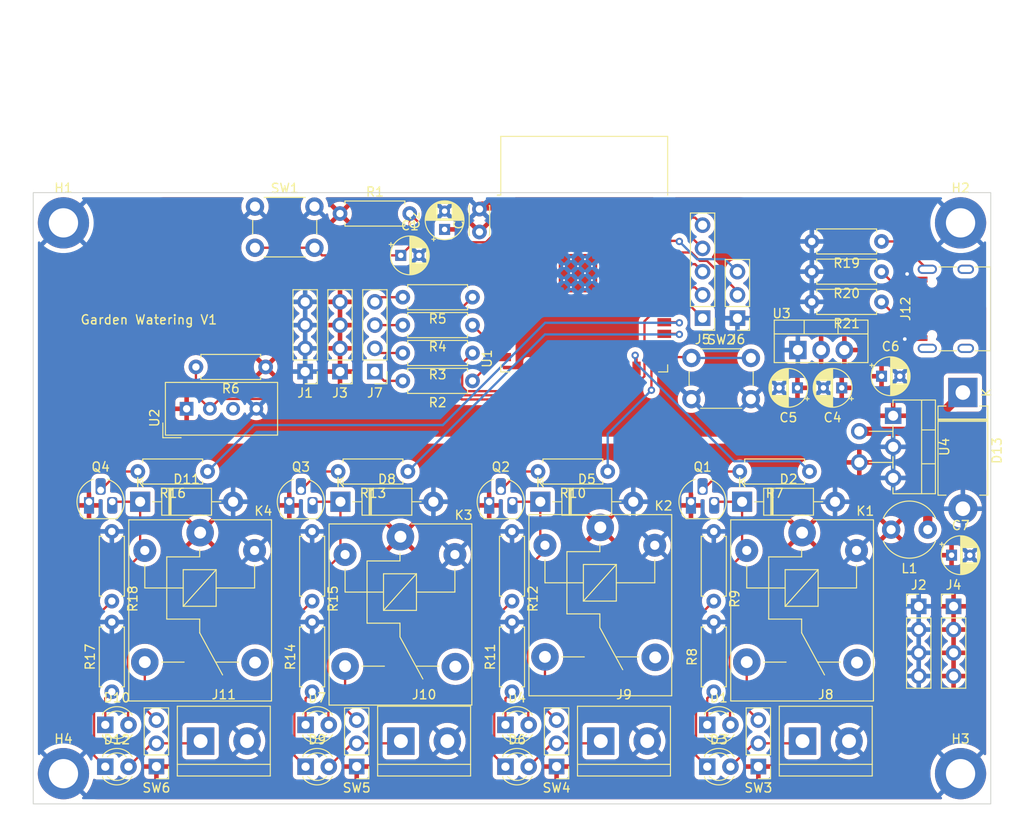
<source format=kicad_pcb>
(kicad_pcb (version 20221018) (generator pcbnew)
  (layers (0 "F.Cu" signal) (31 "B.Cu" signal) (34 "B.Paste" user) (35 "F.Paste" user) (36 "B.SilkS" user "B.Silkscreen") (37 "F.SilkS" user "F.Silkscreen") (38 "B.Mask" user) (39 "F.Mask" user) (44 "Edge.Cuts" user))
  (net 0 "")
  (net 1 "+3.3V")
  (net 2 "GND")
  (net 3 "+12V")
  (net 4 "VBUS")
  (net 5 "Net-(D4-K)")
  (net 6 "Net-(D4-A)")
  (net 7 "Net-(D7-K)")
  (net 8 "Net-(D7-A)")
  (net 9 "Net-(D10-K)")
  (net 10 "Net-(D10-A)")
  (net 11 "Net-(Q1-B)")
  (net 12 "Net-(Q2-B)")
  (net 13 "Net-(Q3-B)")
  (net 14 "Net-(Q4-B)")
  (net 15 "RELAY_1")
  (net 16 "RELAY_2")
  (net 17 "RELAY_3")
  (net 18 "RELAY_4")
  (net 19 "Net-(SW3-C)")
  (net 20 "Net-(SW4-C)")
  (net 21 "IO18")
  (net 22 "IO19")
  (net 23 "IO21")
  (net 24 "RX")
  (net 25 "TX")
  (net 30 "Net-(D13-K)")
  (net 31 "DHT")
  (net 32 "Net-(J12-CC2)")
  (net 33 "Net-(J12-CC1)")
  (net 34 "Net-(J12-SHIELD)")
  (net 35 "Net-(U1-EN)")
  (net 36 "Net-(D1-K)")
  (net 37 "Net-(D1-A)")
  (net 38 "Net-(D3-K)")
  (net 39 "Net-(D3-A)")
  (net 40 "Net-(D6-K)")
  (net 41 "Net-(D6-A)")
  (net 42 "Net-(D9-K)")
  (net 43 "Net-(D9-A)")
  (net 44 "Net-(D12-K)")
  (net 45 "Net-(D12-A)")
  (net 46 "IO22")
  (net 47 "IO23")
  (net 48 "Net-(J7-Pin_1)")
  (net 49 "Net-(J7-Pin_2)")
  (net 50 "Net-(J7-Pin_3)")
  (net 51 "Net-(J7-Pin_4)")
  (net 52 "/USB-Power/D+")
  (net 53 "/USB-Power/D-")
  (net 56 "Net-(SW5-C)")
  (net 57 "Net-(SW6-C)")
  (net 58 "MTDI")
  (net 59 "MTCK")
  (net 60 "MTMS")
  (net 61 "MTDO")
  (net 62 "Net-(U1-IO0)")
  (footprint "Relay_THT:Relay_SPDT_SANYOU_SRD_Series_Form_C" (layer "F.Cu") (at 182.834 84.91 -90)
    (fp_text reference "K1")
    (fp_text value "SANYOU_SRD_Form_C")
  )
  (footprint "LED_THT:LED_D3.0mm" (layer "F.Cu") (at 128.57 110.49)
    (fp_text reference "D9")
    (fp_text value "LED")
  )
  (footprint "Relay_THT:Relay_SPDT_SANYOU_SRD_Series_Form_C" (layer "F.Cu") (at 138.938 85.356 -90)
    (fp_text reference "K3")
    (fp_text value "SANYOU_SRD_Form_C")
  )
  (footprint "Capacitor_THT:C_Disc_D3.0mm_W2.0mm_P2.50mm" (layer "F.Cu") (at 147.574 52.05 90)
    (fp_text reference "C3")
    (fp_text value "100nF")
  )
  (footprint "Resistor_THT:R_Axial_DIN0207_L6.3mm_D2.5mm_P7.62mm_Horizontal" (layer "F.Cu") (at 161.59 78.232 180)
    (fp_text reference "R10")
    (fp_text value "1K")
  )
  (footprint "Diode_THT:D_DO-41_SOD81_P10.16mm_Horizontal" (layer "F.Cu") (at 176.276 81.534)
    (fp_text reference "D2")
    (fp_text value "1N4007")
  )
  (footprint "Resistor_THT:R_Axial_DIN0207_L6.3mm_D2.5mm_P7.62mm_Horizontal" (layer "F.Cu") (at 139.746 78.232 180)
    (fp_text reference "R13")
    (fp_text value "1K")
  )
  (footprint "Relay_THT:Relay_SPDT_SANYOU_SRD_Series_Form_C" (layer "F.Cu") (at 117.048 84.91 -90)
    (fp_text reference "K4")
    (fp_text value "SANYOU_SRD_Form_C")
  )
  (footprint "Resistor_THT:R_Axial_DIN0207_L6.3mm_D2.5mm_P7.62mm_Horizontal" (layer "F.Cu") (at 151.13 92.394 90)
    (fp_text reference "R12")
    (fp_text value "220R")
  )
  (footprint "Sensor:Aosong_DHT11_5.5x12.0_P2.54mm" (layer "F.Cu") (at 115.57 71.374 90)
    (fp_text reference "U2")
    (fp_text value "DHT11")
  )
  (footprint "Resistor_THT:R_Axial_DIN0207_L6.3mm_D2.5mm_P7.62mm_Horizontal" (layer "F.Cu") (at 191.516 56.388 180)
    (fp_text reference "R20")
    (fp_text value "5.11K")
  )
  (footprint "Diode_THT:D_DO-41_SOD81_P10.16mm_Horizontal" (layer "F.Cu") (at 132.38 81.534)
    (fp_text reference "D8")
    (fp_text value "1N4007")
  )
  (footprint "Resistor_THT:R_Axial_DIN0207_L6.3mm_D2.5mm_P7.62mm_Horizontal" (layer "F.Cu") (at 173.182 92.394 90)
    (fp_text reference "R9")
    (fp_text value "220R")
  )
  (footprint "Inductor_THT:L_Radial_D6.0mm_P4.00mm" (layer "F.Cu") (at 196.564 84.582 180)
    (fp_text reference "L1")
    (fp_text value "330uH")
  )
  (footprint "MountingHole:MountingHole_3.2mm_M3_DIN965_Pad_TopBottom" (layer "F.Cu") (at 200.152 111.252)
    (fp_text reference "H3")
    (fp_text value "MountingHole_Pad")
  )
  (footprint "Resistor_THT:R_Axial_DIN0207_L6.3mm_D2.5mm_P7.62mm_Horizontal" (layer "F.Cu") (at 107.396 102.3 90)
    (fp_text reference "R17")
    (fp_text value "220R")
  )
  (footprint "Diode_THT:D_DO-201AD_P12.70mm_Horizontal" (layer "F.Cu") (at 200.406 69.596 -90)
    (fp_text reference "D13")
    (fp_text value "D_Schottky")
  )
  (footprint "Resistor_THT:R_Axial_DIN0207_L6.3mm_D2.5mm_P7.62mm_Horizontal" (layer "F.Cu") (at 117.856 78.232 180)
    (fp_text reference "R16")
    (fp_text value "1K")
  )
  (footprint "Relay_THT:Relay_SPDT_SANYOU_SRD_Series_Form_C" (layer "F.Cu") (at 160.782 84.34 -90)
    (fp_text reference "K2")
    (fp_text value "SANYOU_SRD_Form_C")
  )
  (footprint "Resistor_THT:R_Axial_DIN0207_L6.3mm_D2.5mm_P7.62mm_Horizontal" (layer "F.Cu") (at 129.286 102.3 90)
    (fp_text reference "R14")
    (fp_text value "220R")
  )
  (footprint "TerminalBlock:TerminalBlock_bornier-2_P5.08mm" (layer "F.Cu") (at 117.094 107.696)
    (fp_text reference "J11")
    (fp_text value "Screw_Terminal_01x02")
  )
  (footprint "LED_THT:LED_D3.0mm" (layer "F.Cu") (at 128.57 105.918)
    (fp_text reference "D7")
    (fp_text value "LED")
  )
  (footprint "Connector_PinHeader_2.54mm:PinHeader_1x04_P2.54mm_Vertical" (layer "F.Cu") (at 136.144 67.31 180)
    (fp_text reference "J7")
    (fp_text value "JTAG")
  )
  (footprint "RF_Module:ESP32-WROOM-32" (layer "F.Cu") (at 159.021199 57.464)
    (fp_text reference "U1")
    (fp_text value "ESP32-WROOM-32")
  )
  (footprint "LED_THT:LED_D3.0mm" (layer "F.Cu") (at 150.414 105.918)
    (fp_text reference "D4")
    (fp_text value "LED")
  )
  (footprint "Package_TO_SOT_THT:TO-92L_HandSolder" (layer "F.Cu") (at 126.792 81.534)
    (fp_text reference "Q3")
    (fp_text value "2N2222")
  )
  (footprint "Capacitor_THT:CP_Radial_D4.0mm_P2.00mm" (layer "F.Cu") (at 191.516 67.818)
    (fp_text reference "C6")
    (fp_text value "100uF")
  )
  (footprint "MountingHole:MountingHole_3.2mm_M3_DIN965_Pad_TopBottom" (layer "F.Cu") (at 102.108 111.252)
    (fp_text reference "H4")
    (fp_text value "MountingHole_Pad")
  )
  (footprint "Package_TO_SOT_THT:TO-92L_HandSolder" (layer "F.Cu") (at 148.636 81.534)
    (fp_text reference "Q2")
    (fp_text value "2N2222")
  )
  (footprint "Resistor_THT:R_Axial_DIN0207_L6.3mm_D2.5mm_P7.62mm_Horizontal" (layer "F.Cu") (at 151.13 102.3 90)
    (fp_text reference "R11")
    (fp_text value "220R")
  )
  (footprint "Resistor_THT:R_Axial_DIN0207_L6.3mm_D2.5mm_P7.62mm_Horizontal" (layer "F.Cu") (at 146.812 62.23 180)
    (fp_text reference "R4")
    (fp_text value "100R")
  )
  (footprint "Connector_PinHeader_2.54mm:PinHeader_1x04_P2.54mm_Vertical" (layer "F.Cu") (at 132.334 67.31 180)
    (fp_text reference "J3")
    (fp_text value "+3.3V")
  )
  (footprint "Resistor_THT:R_Axial_DIN0207_L6.3mm_D2.5mm_P7.62mm_Horizontal" (layer "F.Cu") (at 146.812 68.326 180)
    (fp_text reference "R2")
    (fp_text value "100R")
  )
  (footprint "LED_THT:LED_D3.0mm" (layer "F.Cu") (at 172.466 105.918)
    (fp_text reference "D1")
    (fp_text value "LED")
  )
  (footprint "Connector_USB:USB_C_Receptacle_G-Switch_GT-USB-7010ASV" (layer "F.Cu") (at 199.644 60.452 90)
    (fp_text reference "J12")
    (fp_text value "USB_C_Receptacle")
  )
  (footprint "Button_Switch_THT:SW_PUSH_6mm" (layer "F.Cu") (at 170.74 65.822)
    (fp_text reference "SW2")
    (fp_text value "PROG")
  )
  (footprint "Button_Switch_THT:SW_PUSH_6mm" (layer "F.Cu") (at 123.04 49.276)
    (fp_text reference "SW1")
    (fp_text value "RESET")
  )
  (footprint "MountingHole:MountingHole_3.2mm_M3_DIN965_Pad_TopBottom" (layer "F.Cu") (at 102.108 51.054)
    (fp_text reference "H1")
    (fp_text value "MountingHole_Pad")
  )
  (footprint "Capacitor_THT:CP_Radial_D4.0mm_P2.00mm" (layer "F.Cu") (at 187.166 69.088 180)
    (fp_text reference "C4")
    (fp_text value "10uF")
  )
  (footprint "Resistor_THT:R_Axial_DIN0207_L6.3mm_D2.5mm_P7.62mm_Horizontal" (layer "F.Cu") (at 191.516 59.69 180)
    (fp_text reference "R21")
    (fp_text value "5.11K")
  )
  (footprint "TerminalBlock:TerminalBlock_bornier-2_P5.08mm" (layer "F.Cu") (at 138.984 107.696)
    (fp_text reference "J10")
    (fp_text value "Screw_Terminal_01x02")
  )
  (footprint "Resistor_THT:R_Axial_DIN0207_L6.3mm_D2.5mm_P7.62mm_Horizontal" (layer "F.Cu") (at 191.516 53.086 180)
    (fp_text reference "R19")
    (fp_text value "1M")
  )
  (footprint "Resistor_THT:R_Axial_DIN0207_L6.3mm_D2.5mm_P7.62mm_Horizontal" (layer "F.Cu") (at 124.206 66.802 180)
    (fp_text reference "R6")
    (fp_text value "10K")
  )
  (footprint "Diode_THT:D_DO-41_SOD81_P10.16mm_Horizontal" (layer "F.Cu") (at 154.224 81.534)
    (fp_text reference "D5")
    (fp_text value "1N4007")
  )
  (footprint "Resistor_THT:R_Axial_DIN0207_L6.3mm_D2.5mm_P7.62mm_Horizontal" (layer "F.Cu") (at 129.286 92.394 90)
    (fp_text reference "R15")
    (fp_text value "220R")
  )
  (footprint "Connector_PinHeader_2.54mm:PinHeader_1x04_P2.54mm_Vertical" (layer "F.Cu") (at 199.39 92.964)
    (fp_text reference "J4")
    (fp_text value "+12V")
  )
  (footprint "Connector_PinHeader_2.54mm:PinHeader_1x04_P2.54mm_Vertical" (layer "F.Cu") (at 128.524 67.31 180)
    (fp_text reference "J1")
    (fp_text value "GND")
  )
  (footprint "Connector_PinHeader_2.54mm:PinHeader_1x04_P2.54mm_Vertical" (layer "F.Cu") (at 195.58 92.964)
    (fp_text reference "J2")
    (fp_text value "GND")
  )
  (footprint "Package_TO_SOT_THT:TO-92L_HandSolder" (layer "F.Cu") (at 170.688 81.534)
    (fp_text reference "Q1")
    (fp_text value "2N2222")
  )
  (footprint "Resistor_THT:R_Axial_DIN0207_L6.3mm_D2.5mm_P7.62mm_Horizontal" (layer "F.Cu") (at 146.812 59.182 180)
    (fp_text reference "R5")
    (fp_text value "100R")
  )
  (footprint "Resistor_THT:R_Axial_DIN0207_L6.3mm_D2.5mm_P7.62mm_Horizontal" (layer "F.Cu") (at 146.812 65.278 180)
    (fp_text reference "R3")
    (fp_text value "100R")
  )
  (footprint "LED_THT:LED_D3.0mm" (layer "F.Cu") (at 172.466 110.49)
    (fp_text reference "D3")
    (fp_text value "LED")
  )
  (footprint "Capacitor_THT:CP_Radial_D4.0mm_P2.00mm" (layer "F.Cu") (at 182.3286 69.088 180)
    (fp_text reference "C5")
    (fp_text value "100uF")
  )
  (footprint "Connector_PinHeader_2.54mm:PinHeader_1x03_P2.54mm_Vertical" (layer "F.Cu") (at 175.768 61.468 180)
    (fp_text reference "J6")
    (fp_text value "UART")
  )
  (footprint "Diode_THT:D_DO-41_SOD81_P10.16mm_Horizontal" (layer "F.Cu") (at 110.49 81.534)
    (fp_text reference "D11")
    (fp_text value "1N4007")
  )
  (footprint "Package_TO_SOT_THT:TO-220-3_Vertical" (layer "F.Cu") (at 182.372 64.953)
    (fp_text reference "U3")
    (fp_text value "LM1117T-3.3")
  )
  (footprint "TerminalBlock:TerminalBlock_bornier-2_P5.08mm" (layer "F.Cu") (at 160.828 107.696)
    (fp_text reference "J9")
    (fp_text value "Screw_Terminal_01x02")
  )
  (footprint "Connector_PinHeader_2.54mm:PinHeader_1x03_P2.54mm_Vertical" (layer "F.Cu") (at 112.268 110.475 180)
    (fp_text reference "SW6")
    (fp_text value "SW_SPDT")
  )
  (footprint "Connector_PinHeader_2.54mm:PinHeader_1x03_P2.54mm_Vertical" (layer "F.Cu") (at 134.158 110.475 180)
    (fp_text reference "SW5")
    (fp_text value "SW_SPDT")
  )
  (footprint "LED_THT:LED_D3.0mm" (layer "F.Cu") (at 106.68 105.918)
    (fp_text reference "D10")
    (fp_text value "LED")
  )
  (footprint "MountingHole:MountingHole_3.2mm_M3_DIN965_Pad_TopBottom" (layer "F.Cu") (at 200.152 51.054)
    (fp_text reference "H2")
    (fp_text value "MountingHole_Pad")
  )
  (footprint "Package_TO_SOT_THT:TO-220-5_P3.4x3.7mm_StaggerEven_Lead3.8mm_Vertical" (layer "F.Cu") (at 192.786 72.136 -90)
    (fp_text reference "U4")
    (fp_text value "LM2576T-12")
  )
  (footprint "Capacitor_THT:CP_Radial_D4.0mm_P2.00mm" (layer "F.Cu") (at 143.764 51.7726 90)
    (fp_text reference "C2")
    (fp_text value "10uF")
  )
  (footprint "Package_TO_SOT_THT:TO-92L_HandSolder" (layer "F.Cu") (at 104.902 81.534)
    (fp_text reference "Q4")
    (fp_text value "2N2222")
  )
  (footprint "Connector_PinHeader_2.54mm:PinHeader_1x03_P2.54mm_Vertical" (layer "F.Cu") (at 156.002 110.475 180)
    (fp_text reference "SW4")
    (fp_text value "SW_SPDT")
  )
  (footprint "Resistor_THT:R_Axial_DIN0207_L6.3mm_D2.5mm_P7.62mm_Horizontal" (layer "F.Cu") (at 173.182 102.3 90)
    (fp_text reference "R8")
    (fp_text value "220R")
  )
  (footprint "TerminalBlock:TerminalBlock_bornier-2_P5.08mm" (layer "F.Cu") (at 182.88 107.696)
    (fp_text reference "J8")
    (fp_text value "Screw_Terminal_01x02")
  )
  (footprint "LED_THT:LED_D3.0mm" (layer "F.Cu") (at 106.68 110.49)
    (fp_text reference "D12")
    (fp_text value "LED")
  )
  (footprint "Connector_PinHeader_2.54mm:PinHeader_1x03_P2.54mm_Vertical" (layer "F.Cu") (at 178.054 110.475 180)
    (fp_text reference "SW3")
    (fp_text value "SW_SPDT")
  )
  (footprint "LED_THT:LED_D3.0mm" (layer "F.Cu") (at 150.414 110.49)
    (fp_text reference "D6")
    (fp_text value "LED")
  )
  (footprint "Resistor_THT:R_Axial_DIN0207_L6.3mm_D2.5mm_P7.62mm_Horizontal" (layer "F.Cu") (at 183.642 78.232 180)
    (fp_text reference "R7")
    (fp_text value "1K")
  )
  (footprint "Capacitor_THT:CP_Radial_D4.0mm_P2.00mm" (layer "F.Cu") (at 138.97 54.61)
    (fp_text reference "C1")
    (fp_text value "1uF")
  )
  (footprint "Connector_PinHeader_2.54mm:PinHeader_1x05_P2.54mm_Vertical" (layer "F.Cu") (at 171.958 61.468 180)
    (fp_text reference "J5")
    (fp_text value "GPIO")
  )
  (footprint "Resistor_THT:R_Axial_DIN0207_L6.3mm_D2.5mm_P7.62mm_Horizontal" (layer "F.Cu") (at 107.396 92.394 90)
    (fp_text reference "R18")
    (fp_text value "220R")
  )
  (footprint "Resistor_THT:R_Axial_DIN0207_L6.3mm_D2.5mm_P7.62mm_Horizontal" (layer "F.Cu") (at 132.334 50.038)
    (fp_text reference "R1")
    (fp_text value "10K")
  )
  (footprint "Capacitor_THT:CP_Radial_D4.0mm_P2.00mm" (layer "F.Cu") (at 199.168 87.376)
    (fp_text reference "C7")
    (fp_text value "220uF")
  )
  (gr_rect (start 98.806 47.752) (end 203.454 114.554) (stroke (width 0.1)) (fill none) (layer "Edge.Cuts"))
  (gr_text "Garden Watering V1" (at 103.886 62.23) (layer "F.SilkS") (effects (font (size 1 1)) (justify left bottom)))
  (segment (start 195.919 63.652) (end 194.158 63.652) (width 0.25) (layer "F.Cu") (net 2))
  (segment (start 147.91 49.214) (end 147.574 49.55) (width 1) (layer "F.Cu") (net 2))
  (segment (start 194.158 63.652) (end 194.056 63.754) (width 0.25) (layer "F.Cu") (net 2))
  (segment (start 195.919 57.252) (end 194.92 57.252) (width 0.25) (layer "F.Cu") (net 2))
  (segment (start 150.271199 49.214) (end 147.91 49.214) (width 1) (layer "F.Cu") (net 2))
  (segment (start 194.92 57.252) (end 194.31 56.642) (width 0.25) (layer "F.Cu") (net 2))
  (via (at 194.31 56.642) (size 0.8) (drill 0.4) (layers "F.Cu" "B.Cu") (net 2))
  (via (at 194.056 63.754) (size 0.8) (drill 0.4) (layers "F.Cu" "B.Cu") (net 2))
  (segment (start 195.919 58.052) (end 196.539051 58.052) (width 0.25) (layer "F.Cu") (net 4))
  (segment (start 195.919 62.852) (end 196.539051 62.852) (width 0.25) (layer "F.Cu") (net 4))
  (segment (start 196.907051 58.42) (end 197.358 58.42) (width 0.25) (layer "F.Cu") (net 4))
  (segment (start 196.539051 58.052) (end 196.907051 58.42) (width 0.25) (layer "F.Cu") (net 4))
  (segment (start 194.678 62.852) (end 194.564 62.738) (width 0.25) (layer "F.Cu") (net 4))
  (segment (start 196.539051 62.852) (end 196.749051 62.642) (width 0.25) (layer "F.Cu") (net 4))
  (segment (start 196.749051 62.642) (end 197.328949 62.642) (width 0.25) (layer "F.Cu") (net 4))
  (segment (start 195.919 62.852) (end 194.678 62.852) (width 0.25) (layer "F.Cu") (net 4))
  (segment (start 150.414 105.918) (end 150.414 103.016) (width 0.25) (layer "F.Cu") (net 5))
  (segment (start 150.414 103.016) (end 151.13 102.3) (width 0.25) (layer "F.Cu") (net 5))
  (segment (start 154.224 81.534) (end 151.176 81.534) (width 0.25) (layer "F.Cu") (net 6))
  (segment (start 154.224 81.534) (end 154.224 86.352) (width 0.25) (layer "F.Cu") (net 6))
  (segment (start 152.954 105.918) (end 152.907 105.871) (width 0.25) (layer "F.Cu") (net 6))
  (segment (start 152.907 105.871) (end 152.907 88.685) (width 0.25) (layer "F.Cu") (net 6))
  (segment (start 154.224 86.352) (end 154.732 86.86) (width 0.25) (layer "F.Cu") (net 6))
  (segment (start 152.907 88.685) (end 154.732 86.86) (width 0.25) (layer "F.Cu") (net 6))
  (segment (start 128.57 103.016) (end 129.286 102.3) (width 0.25) (layer "F.Cu") (net 7))
  (segment (start 128.57 105.918) (end 128.57 103.016) (width 0.25) (layer "F.Cu") (net 7))
  (segment (start 131.063 105.871) (end 131.063 88.685) (width 0.25) (layer "F.Cu") (net 8))
  (segment (start 131.11 105.918) (end 131.063 105.871) (width 0.25) (layer "F.Cu") (net 8))
  (segment (start 132.38 81.534) (end 129.332 81.534) (width 0.25) (layer "F.Cu") (net 8))
  (segment (start 132.38 86.352) (end 132.888 86.86) (width 0.25) (layer "F.Cu") (net 8))
  (segment (start 132.38 81.534) (end 132.38 86.352) (width 0.25) (layer "F.Cu") (net 8))
  (segment (start 131.063 88.685) (end 132.888 86.86) (width 0.25) (layer "F.Cu") (net 8))
  (segment (start 106.68 105.918) (end 106.68 103.016) (width 0.25) (layer "F.Cu") (net 9))
  (segment (start 106.68 103.016) (end 107.396 102.3) (width 0.25) (layer "F.Cu") (net 9))
  (segment (start 109.22 105.918) (end 109.173 105.871) (width 0.25) (layer "F.Cu") (net 10))
  (segment (start 110.49 81.534) (end 110.49 86.352) (width 0.25) (layer "F.Cu") (net 10))
  (segment (start 110.49 86.352) (end 110.998 86.86) (width 0.25) (layer "F.Cu") (net 10))
  (segment (start 109.173 105.871) (end 109.173 88.685) (width 0.25) (layer "F.Cu") (net 10))
  (segment (start 110.49 81.534) (end 107.442 81.534) (width 0.25) (layer "F.Cu") (net 10))
  (segment (start 109.173 88.685) (end 110.998 86.86) (width 0.25) (layer "F.Cu") (net 10))
  (segment (start 176.022 78.232) (end 173.99 78.232) (width 0.25) (layer "F.Cu") (net 11))
  (segment (start 173.99 78.232) (end 171.958 80.264) (width 0.25) (layer "F.Cu") (net 11))
  (segment (start 153.97 78.232) (end 151.938 78.232) (width 0.25) (layer "F.Cu") (net 12))
  (segment (start 151.938 78.232) (end 149.906 80.264) (width 0.25) (layer "F.Cu") (net 12))
  (segment (start 130.094 78.232) (end 128.062 80.264) (width 0.25) (layer "F.Cu") (net 13))
  (segment (start 132.126 78.232) (end 130.094 78.232) (width 0.25) (layer "F.Cu") (net 13))
  (segment (start 108.204 78.232) (end 106.172 80.264) (width 0.25) (layer "F.Cu") (net 14))
  (segment (start 110.236 78.232) (end 108.204 78.232) (width 0.25) (layer "F.Cu") (net 14))
  (segment (start 164.741199 66.974) (end 164.741199 65.681199) (width 0.25) (layer "F.Cu") (net 15))
  (segment (start 164.741199 65.681199) (end 164.592 65.532) (width 0.25) (layer "F.Cu") (net 15))
  (via (at 164.592 65.532) (size 0.8) (drill 0.4) (layers "F.Cu" "B.Cu") (net 15))
  (segment (start 183.642 78.232) (end 182.517 77.107) (width 0.25) (layer "B.Cu") (net 15))
  (segment (start 175.405 77.107) (end 164.592 66.294) (width 0.25) (layer "B.Cu") (net 15))
  (segment (start 182.517 77.107) (end 175.405 77.107) (width 0.25) (layer "B.Cu") (net 15))
  (segment (start 164.592 66.294) (end 164.592 65.532) (width 0.25) (layer "B.Cu") (net 15))
  (segment (start 166.771199 64.454) (end 166.37 64.855199) (width 0.25) (layer "F.Cu") (net 16))
  (segment (start 167.771199 64.454) (end 166.771199 64.454) (width 0.25) (layer "F.Cu") (net 16))
  (segment (start 166.37 64.855199) (end 166.37 69.342) (width 0.25) (layer "F.Cu") (net 16))
  (via (at 166.37 69.342) (size 0.8) (drill 0.4) (layers "F.Cu" "B.Cu") (net 16))
  (segment (start 161.59 74.122) (end 161.59 78.232) (width 0.25) (layer "B.Cu") (net 16))
  (segment (start 166.37 69.342) (end 161.59 74.122) (width 0.25) (layer "B.Cu") (net 16))
  (segment (start 167.771199 63.184) (end 169.356 63.184) (width 0.25) (layer "F.Cu") (net 17))
  (segment (start 169.356 63.184) (end 169.418 63.246) (width 0.25) (layer "F.Cu") (net 17))
  (via (at 169.418 63.246) (size 0.8) (drill 0.4) (layers "F.Cu" "B.Cu") (net 17))
  (segment (start 169.418 63.246) (end 154.732 63.246) (width 0.25) (layer "B.Cu") (net 17))
  (segment (start 154.732 63.246) (end 139.746 78.232) (width 0.25) (layer "B.Cu") (net 17))
  (segment (start 169.356 61.914) (end 169.418 61.976) (width 0.25) (layer "F.Cu") (net 18))
  (segment (start 167.771199 61.914) (end 169.356 61.914) (width 0.25) (layer "F.Cu") (net 18))
  (via (at 169.418 61.976) (size 0.8) (drill 0.4) (layers "F.Cu" "B.Cu") (net 18))
  (segment (start 122.936 73.152) (end 117.856 78.232) (width 0.25) (layer "B.Cu") (net 18))
  (segment (start 154.752991 61.976) (end 143.576991 73.152) (width 0.25) (layer "B.Cu") (net 18))
  (segment (start 143.576991 73.152) (end 122.936 73.152) (width 0.25) (layer "B.Cu") (net 18))
  (segment (start 169.418 61.976) (end 154.752991 61.976) (width 0.25) (layer "B.Cu") (net 18))
  (segment (start 176.784 104.125) (end 178.054 105.395) (width 0.25) (layer "F.Cu") (net 19))
  (segment (start 176.784 99.06) (end 176.784 104.125) (width 0.25) (layer "F.Cu") (net 19))
  (segment (start 154.732 104.125) (end 156.002 105.395) (width 0.25) (layer "F.Cu") (net 20))
  (segment (start 154.732 99.06) (end 154.732 104.125) (width 0.25) (layer "F.Cu") (net 20))
  (segment (start 167.771199 59.374) (end 169.864 59.374) (width 0.25) (layer "F.Cu") (net 21))
  (segment (start 169.864 59.374) (end 171.958 61.468) (width 0.25) (layer "F.Cu") (net 21))
  (segment (start 167.771199 58.104) (end 171.134 58.104) (width 0.25) (layer "F.Cu") (net 22))
  (segment (start 171.134 58.104) (end 171.958 58.928) (width 0.25) (layer "F.Cu") (net 22))
  (segment (start 171.134 55.564) (end 171.958 56.388) (width 0.25) (layer "F.Cu") (net 23))
  (segment (start 167.771199 55.564) (end 171.134 55.564) (width 0.25) (layer "F.Cu") (net 23))
  (segment (start 175.768 58.536299) (end 175.768 58.928) (width 0.25) (layer "F.Cu") (net 24))
  (segment (start 167.771199 54.294) (end 170.742299 54.294) (width 0.25) (layer "F.Cu") (net 24))
  (segment (start 172.444701 55.213) (end 175.768 58.536299) (width 0.25) (layer "F.Cu") (net 24))
  (segment (start 170.742299 54.294) (end 171.661299 55.213) (width 0.25) (layer "F.Cu") (net 24))
  (segment (start 171.661299 55.213) (end 172.444701 55.213) (width 0.25) (layer "F.Cu") (net 24))
  (segment (start 169.356 53.024) (end 169.418 53.086) (width 0.25) (layer "F.Cu") (net 25))
  (segment (start 167.771199 53.024) (end 169.356 53.024) (width 0.25) (layer "F.Cu") (net 25))
  (via (at 169.418 53.086) (size 0.8) (drill 0.4) (layers "F.Cu" "B.Cu") (net 25))
  (segment (start 174.403 55.023) (end 171.355 55.023) (width 0.25) (layer "B.Cu") (net 25))
  (segment (start 171.355 55.023) (end 169.418 53.086) (width 0.25) (layer "B.Cu") (net 25))
  (segment (start 175.768 56.388) (end 174.403 55.023) (width 0.25) (layer "B.Cu") (net 25))
  (segment (start 188.967199 74.191199) (end 188.722 73.946) (width 1) (layer "F.Cu") (net 30))
  (segment (start 200.406 69.596) (end 196.166 73.836) (width 1) (layer "F.Cu") (net 30))
  (segment (start 196.564 74.234) (end 196.564 84.582) (width 1) (layer "F.Cu") (net 30))
  (segment (start 196.166 73.836) (end 196.564 74.234) (width 1) (layer "F.Cu") (net 30))
  (segment (start 196.166 73.836) (end 189.086 73.836) (width 1) (layer "F.Cu") (net 30))
  (segment (start 118.11 71.374) (end 119.185 70.299) (width 0.25) (layer "F.Cu") (net 31))
  (segment (start 116.586 69.85) (end 118.11 71.374) (width 0.25) (layer "F.Cu") (net 31))
  (segment (start 166.771199 60.644) (end 167.771199 60.644) (width 0.25) (layer "F.Cu") (net 31))
  (segment (start 145.608604 70.299) (end 145.667604 70.358) (width 0.25) (layer "F.Cu") (net 31))
  (segment (start 119.185 70.299) (end 145.608604 70.299) (width 0.25) (layer "F.Cu") (net 31))
  (segment (start 165.608 67.818) (end 165.608 61.807199) (width 0.25) (layer "F.Cu") (net 31))
  (segment (start 165.608 61.807199) (end 166.771199 60.644) (width 0.25) (layer "F.Cu") (net 31))
  (segment (start 116.586 66.802) (end 116.586 69.85) (width 0.25) (layer "F.Cu") (net 31))
  (segment (start 163.068 70.358) (end 165.608 67.818) (width 0.25) (layer "F.Cu") (net 31))
  (segment (start 145.667604 70.358) (end 163.068 70.358) (width 0.25) (layer "F.Cu") (net 31))
  (segment (start 193.83 58.702) (end 191.516 56.388) (width 0.25) (layer "F.Cu") (net 32))
  (segment (start 195.919 58.702) (end 193.83 58.702) (width 0.25) (layer "F.Cu") (net 32))
  (segment (start 193.528 61.702) (end 191.516 59.69) (width 0.25) (layer "F.Cu") (net 33))
  (segment (start 195.919 61.702) (end 193.528 61.702) (width 0.25) (layer "F.Cu") (net 33))
  (segment (start 196.519 56.132) (end 193.473 53.086) (width 0.25) (layer "F.Cu") (net 34))
  (segment (start 193.473 53.086) (end 191.516 53.086) (width 0.25) (layer "F.Cu") (net 34))
  (segment (start 139.954 53.626) (end 138.97 54.61) (width 0.25) (layer "F.Cu") (net 35))
  (segment (start 139.954 50.038) (end 139.954 53.626) (width 0.25) (layer "F.Cu") (net 35))
  (segment (start 149.691199 51.754) (end 148.270199 53.175) (width 0.25) (layer "F.Cu") (net 35))
  (segment (start 150.271199 51.754) (end 149.691199 51.754) (width 0.25) (layer "F.Cu") (net 35))
  (segment (start 148.270199 53.175) (end 143.091 53.175) (width 0.25) (layer "F.Cu") (net 35))
  (segment (start 130.374 54.61) (end 129.54 53.776) (width 0.25) (layer "F.Cu") (net 35))
  (segment (start 129.54 53.776) (end 123.04 53.776) (width 0.25) (layer "F.Cu") (net 35))
  (segment (start 138.97 54.61) (end 130.374 54.61) (width 0.25) (layer "F.Cu") (net 35))
  (segment (start 143.091 53.175) (end 139.954 50.038) (width 0.25) (layer "F.Cu") (net 35))
  (segment (start 172.466 105.918) (end 172.466 103.016) (width 0.25) (layer "F.Cu") (net 36))
  (segment (start 172.466 103.016) (end 173.182 102.3) (width 0.25) (layer "F.Cu") (net 36))
  (segment (start 175.006 105.918) (end 174.959 105.871) (width 0.25) (layer "F.Cu") (net 37))
  (segment (start 176.276 86.352) (end 176.784 86.86) (width 0.25) (layer "F.Cu") (net 37))
  (segment (start 176.276 81.534) (end 176.276 86.352) (width 0.25) (layer "F.Cu") (net 37))
  (segment (start 174.959 88.685) (end 176.784 86.86) (width 0.25) (layer "F.Cu") (net 37))
  (segment (start 176.276 81.534) (end 173.228 81.534) (width 0.25) (layer "F.Cu") (net 37))
  (segment (start 174.959 105.871) (end 174.959 88.685) (width 0.25) (layer "F.Cu") (net 37))
  (segment (start 171.241 94.335) (end 173.182 92.394) (width 0.25) (layer "F.Cu") (net 38))
  (segment (start 172.466 110.49) (end 171.241 109.265) (width 0.25) (layer "F.Cu") (net 38))
  (segment (start 171.241 109.265) (end 171.241 94.335) (width 0.25) (layer "F.Cu") (net 38))
  (segment (start 175.006 110.49) (end 177.561 107.935) (width 0.25) (layer "F.Cu") (net 39))
  (segment (start 182.641 107.935) (end 182.88 107.696) (width 0.25) (layer "F.Cu") (net 39))
  (segment (start 177.561 107.935) (end 178.054 107.935) (width 0.25) (layer "F.Cu") (net 39))
  (segment (start 178.054 107.935) (end 182.641 107.935) (width 0.25) (layer "F.Cu") (net 39))
  (segment (start 149.189 94.335) (end 151.13 92.394) (width 0.25) (layer "F.Cu") (net 40))
  (segment (start 150.414 110.49) (end 149.189 109.265) (width 0.25) (layer "F.Cu") (net 40))
  (segment (start 149.189 109.265) (end 149.189 94.335) (width 0.25) (layer "F.Cu") (net 40))
  (segment (start 155.509 107.935) (end 156.002 107.935) (width 0.25) (layer "F.Cu") (net 41))
  (segment (start 160.589 107.935) (end 160.828 107.696) (width 0.25) (layer "F.Cu") (net 41))
  (segment (start 156.002 107.935) (end 160.589 107.935) (width 0.25) (layer "F.Cu") (net 41))
  (segment (start 152.954 110.49) (end 155.509 107.935) (width 0.25) (layer "F.Cu") (net 41))
  (segment (start 128.57 110.49) (end 127.345 109.265) (width 0.25) (layer "F.Cu") (net 42))
  (segment (start 127.345 94.335) (end 129.286 92.394) (width 0.25) (layer "F.Cu") (net 42))
  (segment (start 127.345 109.265) (end 127.345 94.335) (width 0.25) (layer "F.Cu") (net 42))
  (segment (start 131.11 110.49) (end 133.665 107.935) (width 0.25) (layer "F.Cu") (net 43))
  (segment (start 133.665 107.935) (end 134.158 107.935) (width 0.25) (layer "F.Cu") (net 43))
  (segment (start 134.158 107.935) (end 138.745 107.935) (width 0.25) (layer "F.Cu") (net 43))
  (segment (start 138.745 107.935) (end 138.984 107.696) (width 0.25) (layer "F.Cu") (net 43))
  (segment (start 105.455 94.335) (end 107.396 92.394) (width 0.25) (layer "F.Cu") (net 44))
  (segment (start 106.68 110.49) (end 105.455 109.265) (width 0.25) (layer "F.Cu") (net 44))
  (segment (start 105.455 109.265) (end 105.455 94.335) (width 0.25) (layer "F.Cu") (net 44))
  (segment (start 111.775 107.935) (end 112.268 107.935) (width 0.25) (layer "F.Cu") (net 45))
  (segment (start 112.268 107.935) (end 116.855 107.935) (width 0.25) (layer "F.Cu") (net 45))
  (segment (start 109.22 110.49) (end 111.775 107.935) (width 0.25) (layer "F.Cu") (net 45))
  (segment (start 116.855 107.935) (end 117.094 107.696) (width 0.25) (layer "F.Cu") (net 45))
  (segment (start 169.864 51.754) (end 171.958 53.848) (width 0.25) (layer "F.Cu") (net 46))
  (segment (start 167.771199 51.754) (end 169.864 51.754) (width 0.25) (layer "F.Cu") (net 46))
  (segment (start 171.134 50.484) (end 171.958 51.308) (width 0.25) (layer "F.Cu") (net 47))
  (segment (start 167.771199 50.484) (end 171.134 50.484) (width 0.25) (layer "F.Cu") (net 47))
  (segment (start 139.192 68.326) (end 137.16 68.326) (width 0.25) (layer "F.Cu") (net 48))
  (segment (start 137.16 68.326) (end 136.144 67.31) (width 0.25) (layer "F.Cu") (net 48))
  (segment (start 136.652 65.278) (end 136.144 64.77) (width 0.25) (layer "F.Cu") (net 49))
  (segment (start 139.192 65.278) (end 136.652 65.278) (width 0.25) (layer "F.Cu") (net 49))
  (segment (start 139.192 62.23) (end 136.144 62.23) (width 0.25) (layer "F.Cu") (net 50))
  (segment (start 139.192 59.182) (end 136.652 59.182) (width 0.25) (layer "F.Cu") (net 51))
  (segment (start 136.652 59.182) (end 136.144 59.69) (width 0.25) (layer "F.Cu") (net 51))
  (segment (start 132.888 104.125) (end 134.158 105.395) (width 0.25) (layer "F.Cu") (net 56))
  (segment (start 132.888 99.06) (end 132.888 104.125) (width 0.25) (layer "F.Cu") (net 56))
  (segment (start 110.998 104.125) (end 112.268 105.395) (width 0.25) (layer "F.Cu") (net 57))
  (segment (start 110.998 99.06) (end 110.998 104.125) (width 0.25) (layer "F.Cu") (net 57))
  (segment (start 150.271199 65.724) (end 149.414 65.724) (width 0.25) (layer "F.Cu") (net 58))
  (segment (start 149.414 65.724) (end 146.812 68.326) (width 0.25) (layer "F.Cu") (net 58))
  (segment (start 154.581199 66.974) (end 154.581199 67.974) (width 0.25) (layer "F.Cu") (net 59))
  (segment (start 153.104199 69.451) (end 146.159 69.451) (width 0.25) (layer "F.Cu") (net 59))
  (segment (start 154.581199 67.974) (end 153.104199 69.451) (width 0.25) (layer "F.Cu") (net 59))
  (segment (start 145.687 68.979) (end 145.687 66.403) (width 0.25) (layer "F.Cu") (net 59))
  (segment (start 145.687 66.403) (end 146.812 65.278) (width 0.25) (layer "F.Cu") (net 59))
  (segment (start 146.159 69.451) (end 145.687 68.979) (width 0.25) (layer "F.Cu") (net 59))
  (segment (start 149.036 64.454) (end 146.812 62.23) (width 0.25) (layer "F.Cu") (net 60))
  (segment (start 150.271199 64.454) (end 149.036 64.454) (width 0.25) (layer "F.Cu") (net 60))
  (segment (start 163.471199 66.974) (end 163.471199 67.974) (width 0.25) (layer "F.Cu") (net 61))
  (segment (start 145.237 60.757) (end 146.812 59.182) (width 0.25) (layer "F.Cu") (net 61))
  (segment (start 161.544199 69.901) (end 145.847 69.901) (width 0.25) (layer "F.Cu") (net 61))
  (segment (start 163.471199 67.974) (end 161.544199 69.901) (width 0.25) (layer "F.Cu") (net 61))
  (segment (start 145.237 69.291) (end 145.237 60.757) (width 0.25) (layer "F.Cu") (net 61))
  (segment (start 145.847 69.901) (end 145.237 69.291) (width 0.25) (layer "F.Cu") (net 61))
  (segment (start 167.771199 65.724) (end 170.642 65.724) (width 0.25) (layer "F.Cu") (net 62))
  (segment (start 170.642 65.724) (end 170.74 65.822) (width 0.25) (layer "F.Cu") (net 62))
  (segment (start 170.74 65.822) (end 177.24 65.822) (width 0.25) (layer "B.Cu") (net 62))
  (zone (net 1) (net_name "+3.3V") (layer "F.Cu") (priority 1) (connect_pads (clearance 0.5)) (min_thickness 0.25) (fill yes (thermal_gap 0.5) (thermal_bridge_width 0.5) (smoothing fillet) (radius 3))
    (polygon (pts (xy 109.982 48.26) (xy 109.982 74.422) (xy 186.182 74.422) (xy 186.182 62.23) (xy 179.07 62.23) (xy 179.07 48.26)))
  )
  (zone (net 4) (net_name "VBUS") (layer "F.Cu") (priority 2) (connect_pads (clearance 0.5)) (min_thickness 0.25) (fill yes (thermal_gap 0.5) (thermal_bridge_width 0.5) (smoothing fillet) (radius 3))
    (polygon (pts (xy 202.946 57.404) (xy 186.69 57.404) (xy 186.69 74.422) (xy 202.946 74.422)))
  )
  (zone (net 3) (net_name "+12V") (layer "F.Cu") (priority 3) (connect_pads (clearance 0.5)) (min_thickness 0.25) (fill yes (thermal_gap 0.5) (thermal_bridge_width 0.5) (smoothing fillet) (radius 3))
    (polygon (pts (xy 202.946 75.184) (xy 202.946 114.046) (xy 102.87 114.046) (xy 102.87 75.184)))
  )
  (zone (net 2) (net_name "GND") (layer "F.Cu") (priority 4) (connect_pads (clearance 0.5)) (min_thickness 0.25) (fill yes (thermal_gap 0.5) (thermal_bridge_width 0.5))
    (polygon (pts (xy 150.114 48.26) (xy 150.114 67.056) (xy 167.894 67.056) (xy 167.894 48.26)))
  )
  (zone (net 2) (net_name "GND") (layer "B.Cu") (connect_pads (clearance 0.5)) (min_thickness 0.25) (fill yes (thermal_gap 0.5) (thermal_bridge_width 0.5) (smoothing fillet) (radius 3))
    (polygon (pts (xy 99.314 48.26) (xy 99.314 114.046) (xy 202.946 114.046) (xy 202.946 48.26)))
  )
)
</source>
